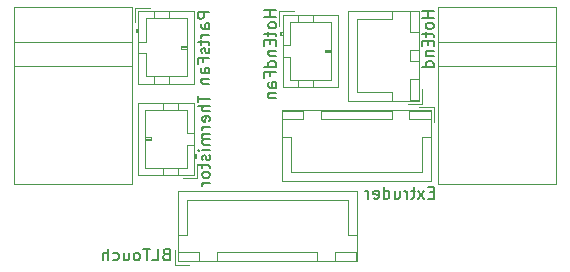
<source format=gbo>
G04 #@! TF.GenerationSoftware,KiCad,Pcbnew,(5.1.2)-1*
G04 #@! TF.CreationDate,2020-09-10T07:29:52+09:00*
G04 #@! TF.ProjectId,Ai3MS_connector_board,4169334d-535f-4636-9f6e-6e6563746f72,rev?*
G04 #@! TF.SameCoordinates,PX7efb530PY7b459e0*
G04 #@! TF.FileFunction,Legend,Bot*
G04 #@! TF.FilePolarity,Positive*
%FSLAX46Y46*%
G04 Gerber Fmt 4.6, Leading zero omitted, Abs format (unit mm)*
G04 Created by KiCad (PCBNEW (5.1.2)-1) date 2020-09-10 07:29:52*
%MOMM*%
%LPD*%
G04 APERTURE LIST*
%ADD10C,0.120000*%
%ADD11C,0.150000*%
G04 APERTURE END LIST*
D10*
X36480000Y6975000D02*
X46480000Y6975000D01*
X36480000Y6975000D02*
X36480000Y21975000D01*
X46480000Y6975000D02*
X46480000Y21975000D01*
X36480000Y21975000D02*
X46480000Y21975000D01*
X36480000Y16975000D02*
X46480000Y16975000D01*
X36480000Y18975000D02*
X46480000Y18975000D01*
X630000Y6975000D02*
X10630000Y6975000D01*
X630000Y6975000D02*
X630000Y21975000D01*
X10630000Y6975000D02*
X10630000Y21975000D01*
X630000Y21975000D02*
X10630000Y21975000D01*
X630000Y16975000D02*
X10630000Y16975000D01*
X630000Y18975000D02*
X10630000Y18975000D01*
X14490000Y410000D02*
X14490000Y6380000D01*
X14490000Y6380000D02*
X29610000Y6380000D01*
X29610000Y6380000D02*
X29610000Y410000D01*
X29610000Y410000D02*
X14490000Y410000D01*
X17800000Y420000D02*
X17800000Y1170000D01*
X17800000Y1170000D02*
X26300000Y1170000D01*
X26300000Y1170000D02*
X26300000Y420000D01*
X26300000Y420000D02*
X17800000Y420000D01*
X14500000Y420000D02*
X14500000Y1170000D01*
X14500000Y1170000D02*
X16300000Y1170000D01*
X16300000Y1170000D02*
X16300000Y420000D01*
X16300000Y420000D02*
X14500000Y420000D01*
X27800000Y420000D02*
X27800000Y1170000D01*
X27800000Y1170000D02*
X29600000Y1170000D01*
X29600000Y1170000D02*
X29600000Y420000D01*
X29600000Y420000D02*
X27800000Y420000D01*
X14500000Y2670000D02*
X15250000Y2670000D01*
X15250000Y2670000D02*
X15250000Y5620000D01*
X15250000Y5620000D02*
X22050000Y5620000D01*
X29600000Y2670000D02*
X28850000Y2670000D01*
X28850000Y2670000D02*
X28850000Y5620000D01*
X28850000Y5620000D02*
X22050000Y5620000D01*
X15450000Y120000D02*
X14200000Y120000D01*
X14200000Y120000D02*
X14200000Y1370000D01*
X36170000Y13480000D02*
X36170000Y12230000D01*
X34920000Y13480000D02*
X36170000Y13480000D01*
X24020000Y7980000D02*
X29570000Y7980000D01*
X24020000Y10930000D02*
X24020000Y7980000D01*
X23270000Y10930000D02*
X24020000Y10930000D01*
X35120000Y7980000D02*
X29570000Y7980000D01*
X35120000Y10930000D02*
X35120000Y7980000D01*
X35870000Y10930000D02*
X35120000Y10930000D01*
X23270000Y13180000D02*
X25070000Y13180000D01*
X23270000Y12430000D02*
X23270000Y13180000D01*
X25070000Y12430000D02*
X23270000Y12430000D01*
X25070000Y13180000D02*
X25070000Y12430000D01*
X34070000Y13180000D02*
X35870000Y13180000D01*
X34070000Y12430000D02*
X34070000Y13180000D01*
X35870000Y12430000D02*
X34070000Y12430000D01*
X35870000Y13180000D02*
X35870000Y12430000D01*
X26570000Y13180000D02*
X32570000Y13180000D01*
X26570000Y12430000D02*
X26570000Y13180000D01*
X32570000Y12430000D02*
X26570000Y12430000D01*
X32570000Y13180000D02*
X32570000Y12430000D01*
X23260000Y13190000D02*
X35880000Y13190000D01*
X23260000Y7220000D02*
X23260000Y13190000D01*
X35880000Y7220000D02*
X23260000Y7220000D01*
X35880000Y13190000D02*
X35880000Y7220000D01*
X11145000Y21585000D02*
X15865000Y21585000D01*
X15865000Y21585000D02*
X15865000Y15465000D01*
X15865000Y15465000D02*
X11145000Y15465000D01*
X11145000Y15465000D02*
X11145000Y21585000D01*
X11145000Y19825000D02*
X10945000Y19825000D01*
X10945000Y19825000D02*
X10945000Y20125000D01*
X10945000Y20125000D02*
X11145000Y20125000D01*
X11045000Y19825000D02*
X11045000Y20125000D01*
X11145000Y19025000D02*
X11755000Y19025000D01*
X11755000Y19025000D02*
X11755000Y20975000D01*
X11755000Y20975000D02*
X15255000Y20975000D01*
X15255000Y20975000D02*
X15255000Y16075000D01*
X15255000Y16075000D02*
X11755000Y16075000D01*
X11755000Y16075000D02*
X11755000Y18025000D01*
X11755000Y18025000D02*
X11145000Y18025000D01*
X12455000Y21585000D02*
X12455000Y20975000D01*
X13755000Y21585000D02*
X13755000Y20975000D01*
X12455000Y15465000D02*
X12455000Y16075000D01*
X13755000Y15465000D02*
X13755000Y16075000D01*
X15255000Y18625000D02*
X14755000Y18625000D01*
X14755000Y18625000D02*
X14755000Y18425000D01*
X14755000Y18425000D02*
X15255000Y18425000D01*
X15255000Y18525000D02*
X14755000Y18525000D01*
X10845000Y20635000D02*
X10845000Y21885000D01*
X10845000Y21885000D02*
X12095000Y21885000D01*
X23340000Y21300000D02*
X28060000Y21300000D01*
X28060000Y21300000D02*
X28060000Y15180000D01*
X28060000Y15180000D02*
X23340000Y15180000D01*
X23340000Y15180000D02*
X23340000Y21300000D01*
X23340000Y19540000D02*
X23140000Y19540000D01*
X23140000Y19540000D02*
X23140000Y19840000D01*
X23140000Y19840000D02*
X23340000Y19840000D01*
X23240000Y19540000D02*
X23240000Y19840000D01*
X23340000Y18740000D02*
X23950000Y18740000D01*
X23950000Y18740000D02*
X23950000Y20690000D01*
X23950000Y20690000D02*
X27450000Y20690000D01*
X27450000Y20690000D02*
X27450000Y15790000D01*
X27450000Y15790000D02*
X23950000Y15790000D01*
X23950000Y15790000D02*
X23950000Y17740000D01*
X23950000Y17740000D02*
X23340000Y17740000D01*
X24650000Y21300000D02*
X24650000Y20690000D01*
X25950000Y21300000D02*
X25950000Y20690000D01*
X24650000Y15180000D02*
X24650000Y15790000D01*
X25950000Y15180000D02*
X25950000Y15790000D01*
X27450000Y18340000D02*
X26950000Y18340000D01*
X26950000Y18340000D02*
X26950000Y18140000D01*
X26950000Y18140000D02*
X27450000Y18140000D01*
X27450000Y18240000D02*
X26950000Y18240000D01*
X23040000Y20350000D02*
X23040000Y21600000D01*
X23040000Y21600000D02*
X24290000Y21600000D01*
X35180000Y13740000D02*
X33930000Y13740000D01*
X35180000Y14990000D02*
X35180000Y13740000D01*
X29680000Y20890000D02*
X29680000Y17840000D01*
X32630000Y20890000D02*
X29680000Y20890000D01*
X32630000Y21640000D02*
X32630000Y20890000D01*
X29680000Y14790000D02*
X29680000Y17840000D01*
X32630000Y14790000D02*
X29680000Y14790000D01*
X32630000Y14040000D02*
X32630000Y14790000D01*
X34880000Y21640000D02*
X34880000Y19840000D01*
X34130000Y21640000D02*
X34880000Y21640000D01*
X34130000Y19840000D02*
X34130000Y21640000D01*
X34880000Y19840000D02*
X34130000Y19840000D01*
X34880000Y15840000D02*
X34880000Y14040000D01*
X34130000Y15840000D02*
X34880000Y15840000D01*
X34130000Y14040000D02*
X34130000Y15840000D01*
X34880000Y14040000D02*
X34130000Y14040000D01*
X34880000Y18340000D02*
X34880000Y17340000D01*
X34130000Y18340000D02*
X34880000Y18340000D01*
X34130000Y17340000D02*
X34130000Y18340000D01*
X34880000Y17340000D02*
X34130000Y17340000D01*
X34890000Y21650000D02*
X34890000Y14030000D01*
X28920000Y21650000D02*
X34890000Y21650000D01*
X28920000Y14030000D02*
X28920000Y21650000D01*
X34890000Y14030000D02*
X28920000Y14030000D01*
X16140000Y7440000D02*
X14890000Y7440000D01*
X16140000Y8690000D02*
X16140000Y7440000D01*
X11730000Y10800000D02*
X12230000Y10800000D01*
X12230000Y10900000D02*
X11730000Y10900000D01*
X12230000Y10700000D02*
X12230000Y10900000D01*
X11730000Y10700000D02*
X12230000Y10700000D01*
X13230000Y13860000D02*
X13230000Y13250000D01*
X14530000Y13860000D02*
X14530000Y13250000D01*
X13230000Y7740000D02*
X13230000Y8350000D01*
X14530000Y7740000D02*
X14530000Y8350000D01*
X15230000Y11300000D02*
X15840000Y11300000D01*
X15230000Y13250000D02*
X15230000Y11300000D01*
X11730000Y13250000D02*
X15230000Y13250000D01*
X11730000Y8350000D02*
X11730000Y13250000D01*
X15230000Y8350000D02*
X11730000Y8350000D01*
X15230000Y10300000D02*
X15230000Y8350000D01*
X15840000Y10300000D02*
X15230000Y10300000D01*
X15940000Y9500000D02*
X15940000Y9200000D01*
X16040000Y9200000D02*
X15840000Y9200000D01*
X16040000Y9500000D02*
X16040000Y9200000D01*
X15840000Y9500000D02*
X16040000Y9500000D01*
X15840000Y13860000D02*
X15840000Y7740000D01*
X11120000Y13860000D02*
X15840000Y13860000D01*
X11120000Y7740000D02*
X11120000Y13860000D01*
X15840000Y7740000D02*
X11120000Y7740000D01*
D11*
X13460000Y1011429D02*
X13317142Y963810D01*
X13269523Y916191D01*
X13221904Y820953D01*
X13221904Y678096D01*
X13269523Y582858D01*
X13317142Y535239D01*
X13412380Y487620D01*
X13793333Y487620D01*
X13793333Y1487620D01*
X13460000Y1487620D01*
X13364761Y1440000D01*
X13317142Y1392381D01*
X13269523Y1297143D01*
X13269523Y1201905D01*
X13317142Y1106667D01*
X13364761Y1059048D01*
X13460000Y1011429D01*
X13793333Y1011429D01*
X12317142Y487620D02*
X12793333Y487620D01*
X12793333Y1487620D01*
X12126666Y1487620D02*
X11555238Y1487620D01*
X11840952Y487620D02*
X11840952Y1487620D01*
X11079047Y487620D02*
X11174285Y535239D01*
X11221904Y582858D01*
X11269523Y678096D01*
X11269523Y963810D01*
X11221904Y1059048D01*
X11174285Y1106667D01*
X11079047Y1154286D01*
X10936190Y1154286D01*
X10840952Y1106667D01*
X10793333Y1059048D01*
X10745714Y963810D01*
X10745714Y678096D01*
X10793333Y582858D01*
X10840952Y535239D01*
X10936190Y487620D01*
X11079047Y487620D01*
X9888571Y1154286D02*
X9888571Y487620D01*
X10317142Y1154286D02*
X10317142Y630477D01*
X10269523Y535239D01*
X10174285Y487620D01*
X10031428Y487620D01*
X9936190Y535239D01*
X9888571Y582858D01*
X8983809Y535239D02*
X9079047Y487620D01*
X9269523Y487620D01*
X9364761Y535239D01*
X9412380Y582858D01*
X9460000Y678096D01*
X9460000Y963810D01*
X9412380Y1059048D01*
X9364761Y1106667D01*
X9269523Y1154286D01*
X9079047Y1154286D01*
X8983809Y1106667D01*
X8555238Y487620D02*
X8555238Y1487620D01*
X8126666Y487620D02*
X8126666Y1011429D01*
X8174285Y1106667D01*
X8269523Y1154286D01*
X8412380Y1154286D01*
X8507619Y1106667D01*
X8555238Y1059048D01*
X36157142Y6241429D02*
X35823809Y6241429D01*
X35680952Y5717620D02*
X36157142Y5717620D01*
X36157142Y6717620D01*
X35680952Y6717620D01*
X35347619Y5717620D02*
X34823809Y6384286D01*
X35347619Y6384286D02*
X34823809Y5717620D01*
X34585714Y6384286D02*
X34204761Y6384286D01*
X34442857Y6717620D02*
X34442857Y5860477D01*
X34395238Y5765239D01*
X34300000Y5717620D01*
X34204761Y5717620D01*
X33871428Y5717620D02*
X33871428Y6384286D01*
X33871428Y6193810D02*
X33823809Y6289048D01*
X33776190Y6336667D01*
X33680952Y6384286D01*
X33585714Y6384286D01*
X32823809Y6384286D02*
X32823809Y5717620D01*
X33252380Y6384286D02*
X33252380Y5860477D01*
X33204761Y5765239D01*
X33109523Y5717620D01*
X32966666Y5717620D01*
X32871428Y5765239D01*
X32823809Y5812858D01*
X31919047Y5717620D02*
X31919047Y6717620D01*
X31919047Y5765239D02*
X32014285Y5717620D01*
X32204761Y5717620D01*
X32300000Y5765239D01*
X32347619Y5812858D01*
X32395238Y5908096D01*
X32395238Y6193810D01*
X32347619Y6289048D01*
X32300000Y6336667D01*
X32204761Y6384286D01*
X32014285Y6384286D01*
X31919047Y6336667D01*
X31061904Y5765239D02*
X31157142Y5717620D01*
X31347619Y5717620D01*
X31442857Y5765239D01*
X31490476Y5860477D01*
X31490476Y6241429D01*
X31442857Y6336667D01*
X31347619Y6384286D01*
X31157142Y6384286D01*
X31061904Y6336667D01*
X31014285Y6241429D01*
X31014285Y6146191D01*
X31490476Y6050953D01*
X30585714Y5717620D02*
X30585714Y6384286D01*
X30585714Y6193810D02*
X30538095Y6289048D01*
X30490476Y6336667D01*
X30395238Y6384286D01*
X30300000Y6384286D01*
X17142380Y21517620D02*
X16142380Y21517620D01*
X16142380Y21136667D01*
X16190000Y21041429D01*
X16237619Y20993810D01*
X16332857Y20946191D01*
X16475714Y20946191D01*
X16570952Y20993810D01*
X16618571Y21041429D01*
X16666190Y21136667D01*
X16666190Y21517620D01*
X17142380Y20089048D02*
X16618571Y20089048D01*
X16523333Y20136667D01*
X16475714Y20231905D01*
X16475714Y20422381D01*
X16523333Y20517620D01*
X17094761Y20089048D02*
X17142380Y20184286D01*
X17142380Y20422381D01*
X17094761Y20517620D01*
X16999523Y20565239D01*
X16904285Y20565239D01*
X16809047Y20517620D01*
X16761428Y20422381D01*
X16761428Y20184286D01*
X16713809Y20089048D01*
X17142380Y19612858D02*
X16475714Y19612858D01*
X16666190Y19612858D02*
X16570952Y19565239D01*
X16523333Y19517620D01*
X16475714Y19422381D01*
X16475714Y19327143D01*
X16475714Y19136667D02*
X16475714Y18755715D01*
X16142380Y18993810D02*
X16999523Y18993810D01*
X17094761Y18946191D01*
X17142380Y18850953D01*
X17142380Y18755715D01*
X17094761Y18470000D02*
X17142380Y18374762D01*
X17142380Y18184286D01*
X17094761Y18089048D01*
X16999523Y18041429D01*
X16951904Y18041429D01*
X16856666Y18089048D01*
X16809047Y18184286D01*
X16809047Y18327143D01*
X16761428Y18422381D01*
X16666190Y18470000D01*
X16618571Y18470000D01*
X16523333Y18422381D01*
X16475714Y18327143D01*
X16475714Y18184286D01*
X16523333Y18089048D01*
X16618571Y17279524D02*
X16618571Y17612858D01*
X17142380Y17612858D02*
X16142380Y17612858D01*
X16142380Y17136667D01*
X17142380Y16327143D02*
X16618571Y16327143D01*
X16523333Y16374762D01*
X16475714Y16470000D01*
X16475714Y16660477D01*
X16523333Y16755715D01*
X17094761Y16327143D02*
X17142380Y16422381D01*
X17142380Y16660477D01*
X17094761Y16755715D01*
X16999523Y16803334D01*
X16904285Y16803334D01*
X16809047Y16755715D01*
X16761428Y16660477D01*
X16761428Y16422381D01*
X16713809Y16327143D01*
X16475714Y15850953D02*
X17142380Y15850953D01*
X16570952Y15850953D02*
X16523333Y15803334D01*
X16475714Y15708096D01*
X16475714Y15565239D01*
X16523333Y15470000D01*
X16618571Y15422381D01*
X17142380Y15422381D01*
X22802380Y21654286D02*
X21802380Y21654286D01*
X22278571Y21654286D02*
X22278571Y21082858D01*
X22802380Y21082858D02*
X21802380Y21082858D01*
X22802380Y20463810D02*
X22754761Y20559048D01*
X22707142Y20606667D01*
X22611904Y20654286D01*
X22326190Y20654286D01*
X22230952Y20606667D01*
X22183333Y20559048D01*
X22135714Y20463810D01*
X22135714Y20320953D01*
X22183333Y20225715D01*
X22230952Y20178096D01*
X22326190Y20130477D01*
X22611904Y20130477D01*
X22707142Y20178096D01*
X22754761Y20225715D01*
X22802380Y20320953D01*
X22802380Y20463810D01*
X22135714Y19844762D02*
X22135714Y19463810D01*
X21802380Y19701905D02*
X22659523Y19701905D01*
X22754761Y19654286D01*
X22802380Y19559048D01*
X22802380Y19463810D01*
X22278571Y19130477D02*
X22278571Y18797143D01*
X22802380Y18654286D02*
X22802380Y19130477D01*
X21802380Y19130477D01*
X21802380Y18654286D01*
X22135714Y18225715D02*
X22802380Y18225715D01*
X22230952Y18225715D02*
X22183333Y18178096D01*
X22135714Y18082858D01*
X22135714Y17940000D01*
X22183333Y17844762D01*
X22278571Y17797143D01*
X22802380Y17797143D01*
X22802380Y16892381D02*
X21802380Y16892381D01*
X22754761Y16892381D02*
X22802380Y16987620D01*
X22802380Y17178096D01*
X22754761Y17273334D01*
X22707142Y17320953D01*
X22611904Y17368572D01*
X22326190Y17368572D01*
X22230952Y17320953D01*
X22183333Y17273334D01*
X22135714Y17178096D01*
X22135714Y16987620D01*
X22183333Y16892381D01*
X22278571Y16082858D02*
X22278571Y16416191D01*
X22802380Y16416191D02*
X21802380Y16416191D01*
X21802380Y15940000D01*
X22802380Y15130477D02*
X22278571Y15130477D01*
X22183333Y15178096D01*
X22135714Y15273334D01*
X22135714Y15463810D01*
X22183333Y15559048D01*
X22754761Y15130477D02*
X22802380Y15225715D01*
X22802380Y15463810D01*
X22754761Y15559048D01*
X22659523Y15606667D01*
X22564285Y15606667D01*
X22469047Y15559048D01*
X22421428Y15463810D01*
X22421428Y15225715D01*
X22373809Y15130477D01*
X22135714Y14654286D02*
X22802380Y14654286D01*
X22230952Y14654286D02*
X22183333Y14606667D01*
X22135714Y14511429D01*
X22135714Y14368572D01*
X22183333Y14273334D01*
X22278571Y14225715D01*
X22802380Y14225715D01*
X36142380Y21620953D02*
X35142380Y21620953D01*
X35618571Y21620953D02*
X35618571Y21049524D01*
X36142380Y21049524D02*
X35142380Y21049524D01*
X36142380Y20430477D02*
X36094761Y20525715D01*
X36047142Y20573334D01*
X35951904Y20620953D01*
X35666190Y20620953D01*
X35570952Y20573334D01*
X35523333Y20525715D01*
X35475714Y20430477D01*
X35475714Y20287620D01*
X35523333Y20192381D01*
X35570952Y20144762D01*
X35666190Y20097143D01*
X35951904Y20097143D01*
X36047142Y20144762D01*
X36094761Y20192381D01*
X36142380Y20287620D01*
X36142380Y20430477D01*
X35475714Y19811429D02*
X35475714Y19430477D01*
X35142380Y19668572D02*
X35999523Y19668572D01*
X36094761Y19620953D01*
X36142380Y19525715D01*
X36142380Y19430477D01*
X35618571Y19097143D02*
X35618571Y18763810D01*
X36142380Y18620953D02*
X36142380Y19097143D01*
X35142380Y19097143D01*
X35142380Y18620953D01*
X35475714Y18192381D02*
X36142380Y18192381D01*
X35570952Y18192381D02*
X35523333Y18144762D01*
X35475714Y18049524D01*
X35475714Y17906667D01*
X35523333Y17811429D01*
X35618571Y17763810D01*
X36142380Y17763810D01*
X36142380Y16859048D02*
X35142380Y16859048D01*
X36094761Y16859048D02*
X36142380Y16954286D01*
X36142380Y17144762D01*
X36094761Y17240000D01*
X36047142Y17287620D01*
X35951904Y17335239D01*
X35666190Y17335239D01*
X35570952Y17287620D01*
X35523333Y17240000D01*
X35475714Y17144762D01*
X35475714Y16954286D01*
X35523333Y16859048D01*
X16202380Y14443334D02*
X16202380Y13871905D01*
X17202380Y14157620D02*
X16202380Y14157620D01*
X17202380Y13538572D02*
X16202380Y13538572D01*
X17202380Y13110000D02*
X16678571Y13110000D01*
X16583333Y13157620D01*
X16535714Y13252858D01*
X16535714Y13395715D01*
X16583333Y13490953D01*
X16630952Y13538572D01*
X17154761Y12252858D02*
X17202380Y12348096D01*
X17202380Y12538572D01*
X17154761Y12633810D01*
X17059523Y12681429D01*
X16678571Y12681429D01*
X16583333Y12633810D01*
X16535714Y12538572D01*
X16535714Y12348096D01*
X16583333Y12252858D01*
X16678571Y12205239D01*
X16773809Y12205239D01*
X16869047Y12681429D01*
X17202380Y11776667D02*
X16535714Y11776667D01*
X16726190Y11776667D02*
X16630952Y11729048D01*
X16583333Y11681429D01*
X16535714Y11586191D01*
X16535714Y11490953D01*
X17202380Y11157620D02*
X16535714Y11157620D01*
X16630952Y11157620D02*
X16583333Y11110000D01*
X16535714Y11014762D01*
X16535714Y10871905D01*
X16583333Y10776667D01*
X16678571Y10729048D01*
X17202380Y10729048D01*
X16678571Y10729048D02*
X16583333Y10681429D01*
X16535714Y10586191D01*
X16535714Y10443334D01*
X16583333Y10348096D01*
X16678571Y10300477D01*
X17202380Y10300477D01*
X17202380Y9824286D02*
X16535714Y9824286D01*
X16202380Y9824286D02*
X16250000Y9871905D01*
X16297619Y9824286D01*
X16250000Y9776667D01*
X16202380Y9824286D01*
X16297619Y9824286D01*
X17154761Y9395715D02*
X17202380Y9300477D01*
X17202380Y9110000D01*
X17154761Y9014762D01*
X17059523Y8967143D01*
X17011904Y8967143D01*
X16916666Y9014762D01*
X16869047Y9110000D01*
X16869047Y9252858D01*
X16821428Y9348096D01*
X16726190Y9395715D01*
X16678571Y9395715D01*
X16583333Y9348096D01*
X16535714Y9252858D01*
X16535714Y9110000D01*
X16583333Y9014762D01*
X16535714Y8681429D02*
X16535714Y8300477D01*
X16202380Y8538572D02*
X17059523Y8538572D01*
X17154761Y8490953D01*
X17202380Y8395715D01*
X17202380Y8300477D01*
X17202380Y7824286D02*
X17154761Y7919524D01*
X17107142Y7967143D01*
X17011904Y8014762D01*
X16726190Y8014762D01*
X16630952Y7967143D01*
X16583333Y7919524D01*
X16535714Y7824286D01*
X16535714Y7681429D01*
X16583333Y7586191D01*
X16630952Y7538572D01*
X16726190Y7490953D01*
X17011904Y7490953D01*
X17107142Y7538572D01*
X17154761Y7586191D01*
X17202380Y7681429D01*
X17202380Y7824286D01*
X17202380Y7062381D02*
X16535714Y7062381D01*
X16726190Y7062381D02*
X16630952Y7014762D01*
X16583333Y6967143D01*
X16535714Y6871905D01*
X16535714Y6776667D01*
M02*

</source>
